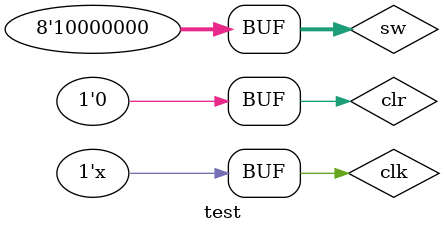
<source format=v>
`timescale 1ns / 1ps


module test;

reg [7:0] sw;
reg clr;
reg clk;

wire PWM;

PWM uut (
    .sw(sw),
    .clr(clr),
    .clk(clk),
    .PWM(PWM)
    );


initial begin
clk = 0;
sw = 8'b0;
clr = 1'b1;
#5 clr = 1'b0;
#1000 sw = 8'b10000000;


end



always 
#5 clk = ~clk;

endmodule

</source>
